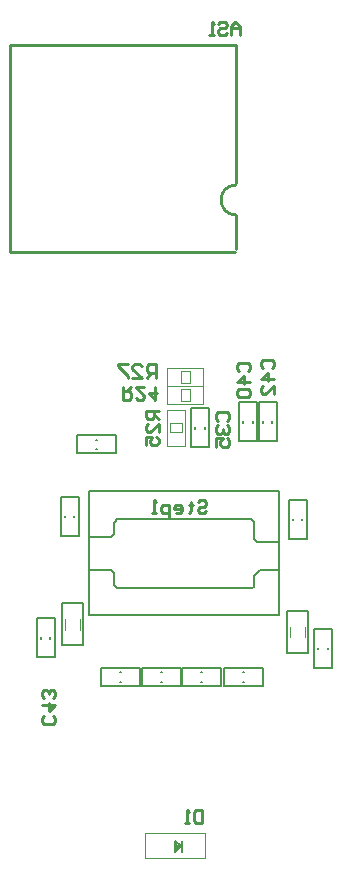
<source format=gbo>
G04*
G04 #@! TF.GenerationSoftware,Altium Limited,Altium Designer,20.0.13 (296)*
G04*
G04 Layer_Color=32896*
%FSTAX24Y24*%
%MOIN*%
G70*
G01*
G75*
%ADD13C,0.0050*%
%ADD14C,0.0100*%
%ADD18C,0.0039*%
%ADD19C,0.0040*%
%ADD20C,0.0079*%
D13*
X02806Y0225D02*
Y0239D01*
X02873D01*
Y0225D02*
Y0239D01*
X02806Y0225D02*
X02873D01*
X02105Y02915D02*
Y02975D01*
X02235Y02915D02*
Y02975D01*
X02105D02*
X02235D01*
X02105Y02915D02*
X02235D01*
X02056Y02275D02*
Y02415D01*
X02123D01*
Y02275D02*
Y02415D01*
X02056Y02275D02*
X02123D01*
X02545Y02935D02*
Y03065D01*
X02485Y02935D02*
Y03065D01*
X02545D01*
X02485Y02935D02*
X02545D01*
X02645Y02955D02*
Y03085D01*
X02705Y02955D02*
Y03085D01*
X02645Y02955D02*
X02705D01*
X02645Y03085D02*
X02705D01*
X0271Y02955D02*
Y03085D01*
X0277Y02955D02*
Y03085D01*
X0271Y02955D02*
X0277D01*
X0271Y03085D02*
X0277D01*
X0203Y02235D02*
Y02365D01*
X0197Y02235D02*
Y02365D01*
X0203D01*
X0197Y02235D02*
X0203D01*
X02955Y021996D02*
Y023296D01*
X02895Y021996D02*
Y023296D01*
X02955D01*
X02895Y021996D02*
X02955D01*
X02315Y0214D02*
Y022D01*
X02185Y0214D02*
Y022D01*
Y0214D02*
X02315D01*
X02185Y022D02*
X02315D01*
X02595Y0214D02*
X02725D01*
X02595Y022D02*
X02725D01*
Y0214D02*
Y022D01*
X02595Y0214D02*
Y022D01*
X02455D02*
X02585D01*
X02455Y0214D02*
X02585D01*
X02455D02*
Y022D01*
X02585Y0214D02*
Y022D01*
X0232Y0214D02*
X0245D01*
X0232Y022D02*
X0245D01*
Y0214D02*
Y022D01*
X0232Y0214D02*
Y022D01*
X0205Y0264D02*
Y0277D01*
X0211Y0264D02*
Y0277D01*
X0205Y0264D02*
X0211D01*
X0205Y0277D02*
X0211D01*
X0281Y0263D02*
Y0276D01*
X0287Y0263D02*
Y0276D01*
X0281Y0263D02*
X0287D01*
X0281Y0276D02*
X0287D01*
D14*
X02635Y0381D02*
G03*
X02635Y0371I0J-0005D01*
G01*
X0188Y04275D02*
X02635D01*
X0188Y03585D02*
Y04275D01*
Y03585D02*
X0263Y03585D01*
X02635Y04275D02*
X02635Y03815D01*
Y03595D02*
Y0371D01*
X02368Y031664D02*
Y032136D01*
X023444D01*
X023365Y032057D01*
Y0319D01*
X023444Y031821D01*
X02368D01*
X023522D02*
X023365Y031664D01*
X022893D02*
X023207D01*
X022893Y031979D01*
Y032057D01*
X022971Y032136D01*
X023129D01*
X023207Y032057D01*
X022735Y032136D02*
X02242D01*
Y032057D01*
X022735Y031743D01*
Y031664D01*
X02647Y0431D02*
Y043389D01*
X026326Y043533D01*
X026181Y043389D01*
Y0431D01*
Y043316D01*
X02647D01*
X025748Y043461D02*
X025821Y043533D01*
X025965D01*
X026037Y043461D01*
Y043389D01*
X025965Y043316D01*
X025821D01*
X025748Y043244D01*
Y043172D01*
X025821Y0431D01*
X025965D01*
X026037Y043172D01*
X025604Y0431D02*
X02546D01*
X025532D01*
Y043533D01*
X025604Y043461D01*
X025063Y027516D02*
X025135Y027589D01*
X02528D01*
X025352Y027516D01*
Y027444D01*
X02528Y027372D01*
X025135D01*
X025063Y0273D01*
Y027228D01*
X025135Y027156D01*
X02528D01*
X025352Y027228D01*
X024847Y027516D02*
Y027444D01*
X024919D01*
X024775D01*
X024847D01*
Y027228D01*
X024775Y027156D01*
X024342D02*
X024486D01*
X024558Y027228D01*
Y027372D01*
X024486Y027444D01*
X024342D01*
X02427Y027372D01*
Y0273D01*
X024558D01*
X024125Y027011D02*
Y027444D01*
X023909D01*
X023837Y027372D01*
Y027228D01*
X023909Y027156D01*
X024125D01*
X023692D02*
X023548D01*
X02362D01*
Y027589D01*
X023692Y027516D01*
X023766Y030577D02*
X023334D01*
Y030361D01*
X023406Y030289D01*
X02355D01*
X023622Y030361D01*
Y030577D01*
Y030433D02*
X023766Y030289D01*
Y029856D02*
Y030144D01*
X023478Y029856D01*
X023406D01*
X023334Y029928D01*
Y030072D01*
X023406Y030144D01*
X023334Y029423D02*
Y029711D01*
X02355D01*
X023478Y029567D01*
Y029495D01*
X02355Y029423D01*
X023694D01*
X023766Y029495D01*
Y029639D01*
X023694Y029711D01*
X022573Y031366D02*
Y030934D01*
X022789D01*
X022861Y031006D01*
Y03115D01*
X022789Y031222D01*
X022573D01*
X022717D02*
X022861Y031366D01*
X023294D02*
X023006D01*
X023294Y031078D01*
Y031006D01*
X023222Y030934D01*
X023078D01*
X023006Y031006D01*
X023655Y031366D02*
Y030934D01*
X023439Y03115D01*
X023727D01*
X020244Y020411D02*
X020316Y020339D01*
Y020195D01*
X020244Y020123D01*
X019956D01*
X019884Y020195D01*
Y020339D01*
X019956Y020411D01*
X019884Y020772D02*
X020316D01*
X0201Y020556D01*
Y020844D01*
X020244Y020989D02*
X020316Y021061D01*
Y021205D01*
X020244Y021277D01*
X020172D01*
X0201Y021205D01*
Y021133D01*
Y021205D01*
X020028Y021277D01*
X019956D01*
X019884Y021205D01*
Y021061D01*
X019956Y020989D01*
X027256Y031989D02*
X027184Y032061D01*
Y032205D01*
X027256Y032277D01*
X027544D01*
X027616Y032205D01*
Y032061D01*
X027544Y031989D01*
X027616Y031628D02*
X027184D01*
X0274Y031844D01*
Y031556D01*
X027616Y031123D02*
Y031411D01*
X027328Y031123D01*
X027256D01*
X027184Y031195D01*
Y031339D01*
X027256Y031411D01*
X026456Y031889D02*
X026384Y031961D01*
Y032105D01*
X026456Y032177D01*
X026744D01*
X026816Y032105D01*
Y031961D01*
X026744Y031889D01*
X026816Y031528D02*
X026384D01*
X0266Y031744D01*
Y031456D01*
X026456Y031311D02*
X026384Y031239D01*
Y031095D01*
X026456Y031023D01*
X026744D01*
X026816Y031095D01*
Y031239D01*
X026744Y031311D01*
X026456D01*
X025756Y030239D02*
X025684Y030311D01*
Y030455D01*
X025756Y030527D01*
X026044D01*
X026116Y030455D01*
Y030311D01*
X026044Y030239D01*
X025756Y030094D02*
X025684Y030022D01*
Y029878D01*
X025756Y029806D01*
X025828D01*
X0259Y029878D01*
Y02995D01*
Y029878D01*
X025972Y029806D01*
X026044D01*
X026116Y029878D01*
Y030022D01*
X026044Y030094D01*
X025684Y029373D02*
Y029661D01*
X0259D01*
X025828Y029517D01*
Y029445D01*
X0259Y029373D01*
X026044D01*
X026116Y029445D01*
Y029589D01*
X026044Y029661D01*
X02522Y017253D02*
Y01682D01*
X025004D01*
X024931Y016892D01*
Y017181D01*
X025004Y017253D01*
X02522D01*
X024787Y01682D02*
X024643D01*
X024715D01*
Y017253D01*
X024787Y017181D01*
D18*
X02405Y0314D02*
Y032D01*
X02485D01*
X02525D01*
Y0314D02*
Y032D01*
X02405Y0314D02*
X02525D01*
X0245Y0315D02*
Y0319D01*
X0248D01*
Y0315D02*
Y0319D01*
X0245Y0315D02*
X0248D01*
X02405Y0294D02*
X02465D01*
X02405D02*
Y0302D01*
Y0306D01*
X02465D01*
Y0294D02*
Y0306D01*
X02415Y02985D02*
X02455D01*
X02415D02*
Y03015D01*
X02455D01*
Y02985D02*
Y03015D01*
X0245Y0309D02*
X0248D01*
Y0313D01*
X0245D02*
X0248D01*
X0245Y0309D02*
Y0313D01*
X02405Y0308D02*
X02525D01*
Y0314D01*
X02485D02*
X02525D01*
X02405D02*
X02485D01*
X02405Y0308D02*
Y0314D01*
D19*
X0253Y01565D02*
Y0165D01*
X0233D02*
X0253D01*
X0233Y01565D02*
Y0165D01*
Y01565D02*
X0253D01*
X02865Y02303D02*
Y02337D01*
X02815Y02303D02*
Y02337D01*
X02115Y02328D02*
Y02362D01*
X02065Y02328D02*
Y02362D01*
D20*
X024551Y015853D02*
Y016247D01*
X024354Y015932D02*
Y016168D01*
X024315Y015853D02*
Y016247D01*
Y015853D02*
X024512Y01605D01*
X024315Y016247D02*
X024512Y01605D01*
X024413Y015991D02*
Y016109D01*
X02168Y029293D02*
X02172D01*
X02168Y029607D02*
X02172D01*
X022285Y02675D02*
Y02685D01*
X02231Y026875D02*
X022385Y02695D01*
X022435D01*
X022385D02*
X026335D01*
X022285Y02645D02*
Y02675D01*
Y02475D02*
X022385Y02465D01*
X026185D01*
X027135Y02525D02*
X027785D01*
X026935Y02505D02*
X027135Y02525D01*
X026935Y0247D02*
Y02505D01*
X026885Y02465D02*
X026935Y0247D01*
X026135Y02465D02*
X026885D01*
X027035Y0262D02*
X027785D01*
X026935Y0263D02*
X027035Y0262D01*
X026935Y0263D02*
Y02685D01*
X026835Y02695D02*
X026935Y02685D01*
X026335Y02695D02*
X026835D01*
X021485Y02525D02*
X022185D01*
X022285Y02515D01*
Y02475D02*
Y02515D01*
X021485Y02635D02*
X022185D01*
X022285Y02645D01*
X021435Y02375D02*
X027785D01*
X021435Y0279D02*
X027785D01*
Y02375D02*
Y0279D01*
X021435Y02375D02*
X021435Y0279D01*
X024993Y02998D02*
X024993Y03002D01*
X025307Y02998D02*
Y03002D01*
X026907Y03018D02*
Y03022D01*
X026593Y03018D02*
Y03022D01*
X027557Y03018D02*
Y03022D01*
X027243Y03018D02*
Y03022D01*
X019843Y02298D02*
Y02302D01*
X020157Y02298D02*
Y02302D01*
X029093Y022626D02*
Y022666D01*
X029407Y022626D02*
Y022666D01*
X02248Y021857D02*
X02252D01*
X02248Y021543D02*
X02252D01*
X02658Y021857D02*
X02662D01*
X02658Y021543D02*
X02662D01*
X02518D02*
X02522Y021543D01*
X02518Y021857D02*
X02522D01*
X02383Y021857D02*
X02387D01*
X02383Y021543D02*
X02387D01*
X020957Y02703D02*
Y02707D01*
X020643Y02703D02*
Y02707D01*
X028557Y02693D02*
Y02697D01*
X028243Y02693D02*
Y02697D01*
M02*

</source>
